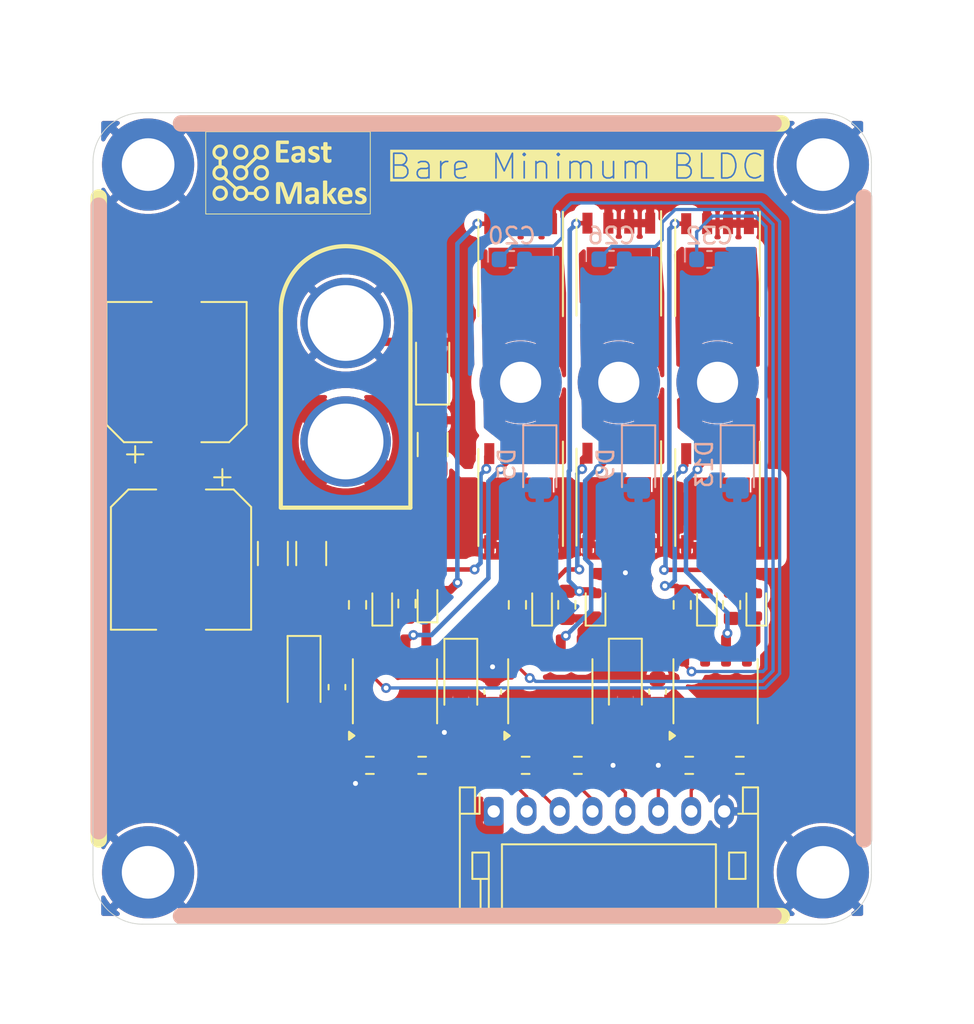
<source format=kicad_pcb>
(kicad_pcb (version 20240108) (generator "pcbnew") (generator_version "8.0")
  (layers (0 "F.Cu" signal) (31 "B.Cu" signal) (34 "B.Paste" user) (35 "F.Paste" user) (36 "B.SilkS" user "B.Silkscreen") (37 "F.SilkS" user "F.Silkscreen") (38 "B.Mask" user) (39 "F.Mask" user) (44 "Edge.Cuts" user))
  (net 0 "")
  (net 1 "/BLDC Power Control/Motor Phase U/U_OUT")
  (net 2 "GND")
  (net 3 "/PWM H U")
  (net 4 "/PWM L U")
  (net 5 "/PWM H V")
  (net 6 "+12V")
  (net 7 "/BLDC Power Control/Motor Phase V/V_OUT")
  (net 8 "/BLDC Power Control/Motor Phase X/X_OUT")
  (net 9 "Net-(D2-K)")
  (net 10 "Net-(D3-K)")
  (net 11 "Net-(D4-K)")
  (net 12 "Net-(D6-K)")
  (net 13 "Net-(D7-K)")
  (net 14 "Net-(D8-K)")
  (net 15 "Net-(D10-K)")
  (net 16 "Net-(D11-K)")
  (net 17 "Net-(D12-K)")
  (net 18 "/PWM L V")
  (net 19 "Net-(AH1-G)")
  (net 20 "Net-(AH2-G)")
  (net 21 "Net-(AH3-G)")
  (net 22 "Net-(AL1-G)")
  (net 23 "Net-(AL2-G)")
  (net 24 "Net-(AL3-G)")
  (net 25 "/PWM H X")
  (net 26 "/PWM L X")
  (net 27 "VMOT_PWR")
  (footprint "[EastMakes] Connectors:CONN-TH_XT60UPB-M" (layer "F.Cu") (at 54.4 68.825 -90)
    (property "Reference" "J4" (hide yes))
    (property "Value" "XT60 Power Connector" (hide yes))
  )
  (footprint "[EastMakes] Mosfets:PowerPAK_SO-8_123" (layer "F.Cu") (at 71 61.829998 -90)
    (property "Reference" "AL2" (hide yes))
    (property "Value" "MOSFETSO-8")
  )
  (footprint "Capacitor_SMD:C_0603_1608Metric" (layer "F.Cu") (at 53.875 87.35 -90)
    (property "Reference" "C28" (hide yes))
    (property "Value" "4.7uF 35V")
  )
  (footprint "Diode_SMD:D_SMF" (layer "F.Cu") (at 59.69 67.82 90)
    (property "Reference" "D14" (hide yes))
    (property "Value" "SMDJ51CA")
  )
  (footprint "Resistor_SMD:R_0603_1608Metric" (layer "F.Cu") (at 58.124999 82.275001 90)
    (property "Reference" "R17" (hide yes))
    (property "Value" "10.2R")
  )
  (footprint "Package_SO:SOIC-8_3.9x4.9mm_P1.27mm" (layer "F.Cu") (at 76.879691 87.6 90)
    (property "Reference" "U9" (hide yes))
    (property "Value" "EG3113")
  )
  (footprint "Capacitor_SMD:C_1206_3216Metric" (layer "F.Cu") (at 49.98 79.23 -90)
    (property "Reference" "C34" (hide yes))
    (property "Value" "2.2uF 100V")
  )
  (footprint "MountingHole:MountingHole_2.5mm_Pad_TopBottom" (layer "F.Cu") (at 71 68.829998)
    (property "Reference" "H6" (hide yes))
    (property "Value" "MountingHole_Pad")
  )
  (footprint "Resistor_SMD:R_0603_1608Metric" (layer "F.Cu") (at 65.338056 92.1)
    (property "Reference" "R23" (hide yes))
    (property "Value" "10k")
  )
  (footprint "[EastMakes] Mosfets:PowerPAK_SO-8_123" (layer "F.Cu") (at 77 61.859994 -90)
    (property "Reference" "AL3" (hide yes))
    (property "Value" "MOSFETSO-8")
  )
  (footprint "MountingHole:MountingHole_2.5mm_Pad_TopBottom" (layer "F.Cu") (at 77 68.829998)
    (property "Reference" "H7" (hide yes))
    (property "Value" "MountingHole_Pad")
  )
  (footprint "[EastMakes] Mosfets:PowerPAK_SO-8_123" (layer "F.Cu") (at 65.034997 75.829998 -90)
    (property "Reference" "AH1" (hide yes))
    (property "Value" "MOSFETSO-8")
  )
  (footprint "Diode_SMD:D_SOD-523" (layer "F.Cu") (at 59.375 82.150002 90)
    (property "Reference" "D4" (hide yes))
    (property "Value" "CDBU0130R-HF")
  )
  (footprint "Diode_SMD:D_SOD-523" (layer "F.Cu") (at 56.625 82.35 90)
    (property "Reference" "D3" (hide yes))
    (property "Value" "CDBU0130R-HF")
  )
  (footprint "Resistor_SMD:R_0603_1608Metric" (layer "F.Cu") (at 59.050001 92.100002 180)
    (property "Reference" "R11" (hide yes))
    (property "Value" "10k")
  )
  (footprint "MountingHole:MountingHole_3.2mm_M3_DIN965_Pad_TopBottom" (layer "F.Cu") (at 42.4 55.6)
    (property "Reference" "H2" (hide yes))
    (property "Value" "MountingHole_Pad")
  )
  (footprint "Diode_SMD:D_SOD-523" (layer "F.Cu") (at 76.35469 82.35 90)
    (property "Reference" "D11" (hide yes))
    (property "Value" "CDBU0130R-HF")
  )
  (footprint "Capacitor_SMD:CP_Elec_8x10" (layer "F.Cu") (at 44.124997 68.207502 90)
    (property "Reference" "C36" (hide yes))
    (property "Value" "220uF 63V solid")
  )
  (footprint "Capacitor_SMD:C_0603_1608Metric" (layer "F.Cu") (at 63.338058 87.624998 -90)
    (property "Reference" "C22" (hide yes))
    (property "Value" "4.7uF 35V")
  )
  (footprint "Diode_SMD:D_SOD-523" (layer "F.Cu") (at 79.354691 82.35 90)
    (property "Reference" "D12" (hide yes))
    (property "Value" "CDBU0130R-HF")
  )
  (footprint "[EastMakes] Mosfets:PowerPAK_SO-8_123" (layer "F.Cu") (at 71 75.804998 -90)
    (property "Reference" "AH2" (hide yes))
    (property "Value" "MOSFETSO-8")
  )
  (footprint "Package_SO:SOIC-8_3.9x4.9mm_P1.27mm" (layer "F.Cu") (at 57.4 87.6 90)
    (property "Reference" "U5" (hide yes))
    (property "Value" "EG3113")
  )
  (footprint "Connector_JST:JST_PH_S8B-PH-K_1x08_P2.00mm_Horizontal" (layer "F.Cu") (at 63.4 94.9)
    (property "Reference" "J1" (hide yes))
    (property "Value" "Conn_01x08")
  )
  (footprint "Capacitor_SMD:C_1206_3216Metric" (layer "F.Cu") (at 59.69 72.61 90)
    (property "Reference" "C38" (hide yes))
    (property "Value" "2.2uF 100V")
  )
  (footprint "Resistor_SMD:R_0603_1608Metric" (layer "F.Cu") (at 55.875 92.1)
    (property "Reference" "R10" (hide yes))
    (property "Value" "10k")
  )
  (footprint "MountingHole:MountingHole_2.5mm_Pad_TopBottom" (layer "F.Cu") (at 65.034997 68.829998)
    (property "Reference" "H5" (hide yes))
    (property "Value" "MountingHole_Pad")
  )
  (footprint "[EastMakes] Mosfets:PowerPAK_SO-8_123" (layer "F.Cu") (at 65.034997 61.864998 -90)
    (property "Reference" "AL1" (hide yes))
    (property "Value" "MOSFETSO-8")
  )
  (footprint "Resistor_SMD:R_0603_1608Metric" (layer "F.Cu") (at 78.354691 92.1 180)
    (property "Reference" "R37" (hide yes))
    (property "Value" "10k")
  )
  (footprint "[EastMakes]BrandingLibrary:EastMakesLogo0.5x1CM" (layer "F.Cu") (at 45.9 58.6)
    (property "Reference" "REF**" (hide yes))
    (property "Value" "EastMakesLogo0.5x1CM")
  )
  (footprint "Diode_SMD:D_SOD-523" (layer "F.Cu") (at 66.338056 82.35 90)
    (property "Reference" "D7" (hide yes))
    (property "Value" "CDBU0130R-HF")
  )
  (footprint "Diode_SMD:D_SOD-123" (layer "F.Cu") (at 61.4 86.770928 -90)
    (property "Reference" "D6" (hide yes))
    (property "Value" "FR107")
  )
  (footprint "Capacitor_SMD:C_0603_1608Metric" (layer "F.Cu") (at 73.354693 87.624998 -90)
    (property "Reference" "C16" (hide yes))
    (property "Value" "4.7uF 35V")
  )
  (footprint "MountingHole:MountingHole_3.2mm_M3_DIN965_Pad_TopBottom" (layer "F.Cu") (at 42.4 98.6)
    (property "Reference" "H3" (hide yes))
    (property "Value" "MountingHole_Pad")
  )
  (footprint "Resistor_SMD:R_0603_1608Metric" (layer "F.Cu") (at 67.840963 82.348922 90)
    (property "Reference" "R30" (hide yes))
    (property "Value" "10.2R")
  )
  (footprint "Resistor_SMD:R_0603_1608Metric" (layer "F.Cu") (at 64.838056 82.35 90)
    (property "Reference" "R29" (hide yes))
    (property "Value" "10.2R")
  )
  (footprint "Resistor_SMD:R_0603_1608Metric" (layer "F.Cu") (at 68.513056 92.1 180)
    (property "Reference" "R24" (hide yes))
    (property "Value" "10k")
  )
  (footprint "Capacitor_SMD:C_1206_3216Metric" (layer "F.Cu") (at 52.31 79.23 -90)
    (property "Reference" "C35" (hide yes))
    (property "Value" "2.2uF 100V")
  )
  (footprint "Resistor_SMD:R_0603_1608Metric" (layer "F.Cu") (at 74.854691 82.35 90)
    (property "Reference" "R42" (hide yes))
    (property "Value" "10.2R")
  )
  (footprint "MountingHole:MountingHole_3.2mm_M3_DIN965_Pad_TopBottom" (layer "F.Cu") (at 83.4 98.6)
    (property "Reference" "H4" (hide yes))
    (property "Value" "MountingHole_Pad")
  )
  (footprint "[EastMakes] Mosfets:PowerPAK_SO-8_123" (layer "F.Cu") (at 77 75.829998 -90)
    (property "Reference" "AH3" (hide yes))
    (property "Value" "MOSFETSO-8")
  )
  (footprint "Package_SO:SOIC-8_3.9x4.9mm_P1.27mm" (layer "F.Cu") (at 66.838056 87.6 90)
    (property "Reference" "U7" (hide yes))
    (property "Value" "EG3113")
  )
  (footprint "Diode_SMD:D_SOD-123" (layer "F.Cu") (at 71.4 86.765476 -90)
    (property "Reference" "D10" (hide yes))
    (property "Value" "FR107")
  )
  (footprint "Resistor_SMD:R_0603_1608Metric" (layer "F.Cu") (at 77.854691 82.35 90)
    (property "Reference" "R43" (hide yes))
    (property "Value" "10.2R")
  )
  (footprint "MountingHole:MountingHole_3.2mm_M3_DIN965_Pad_TopBottom" (layer "F.Cu") (at 83.4 55.6)
    (property "Reference" "H1" (hide yes))
    (property "Value" "MountingHole_Pad")
  )
  (footprint "Capacitor_SMD:CP_Elec_8x10" (layer "F.Cu") (at 44.4 79.6 -90)
    (property "Reference" "C37" (hide yes))
    (property "Value" "220uF 63V solid")
  )
  (footprint "Resistor_SMD:R_0603_1608Metric" (layer "F.Cu") (at 55.125 82.35 90)
    (property "Reference" "R16" (hide yes))
    (property "Value" "10.2R")
  )
  (footprint "Diode_SMD:D_SOD-523" (layer "F.Cu") (at 69.588056 82.35 90)
    (property "Reference" "D8" (hide yes))
    (property "Value" "CDBU0130R-HF")
  )
  (footprint "Resistor_SMD:R_0603_1608Metric" (layer "F.Cu") (at 75.279691 92.1)
    (property "Reference" "R36" (hide yes))
    (property "Value" "10k")
  )
  (footprint "Diode_SMD:D_SOD-123" (layer "F.Cu") (at 51.875 86.6 -90)
    (property "Reference" "D2" (hide yes))
    (property "Value" "FR107")
  )
  (footprint "Capacitor_SMD:C_0603_1608Metric" (layer "B.Cu") (at 70.56 61.35 180)
    (property "Reference" "C26")
    (property "Value" "10uF 35v")
  )
  (footprint "Capacitor_SMD:C_0603_1608Metric" (layer "B.Cu") (at 76.504998 61.359998 180)
    (property "Reference" "C32")
    (property "Value" "10uF 35v")
  )
  (footprint "Diode_SMD:D_SMF" (layer "B.Cu") (at 78.2 73.8 -90)
    (property "Reference" "D13")
    (property "Value" "SMAJ51A")
  )
  (footprint "Diode_SMD:D_SMF" (layer "B.Cu") (at 72.2 73.8 -90)
    (property "Reference" "D9")
    (property "Value" "SMAJ51A")
  )
  (footprint "Capacitor_SMD:C_0603_1608Metric" (layer "B.Cu") (at 64.5 61.36 180)
    (property "Reference" "C20")
    (property "Value" "10uF 35v")
  )
  (footprint "Diode_SMD:D_SMF" (layer "B.Cu") (at 66.2 73.8 -90)
    (property "Reference" "D5")
    (property "Value" "SMAJ51A")
  )
  (gr_line (start 85.9 57.6) (end 85.9 96.6) (stroke (width 1)) (layer "B.SilkS"))
  (gr_line (start 80.4 101.26) (end 44.4 101.26) (stroke (width 1)) (layer "B.SilkS"))
  (gr_line (start 44.4 53.1) (end 80.4 53.1) (stroke (width 1)) (layer "B.SilkS"))
  (gr_line (start 39.4 96.1) (end 39.4 58.1) (stroke (width 1)) (layer "B.SilkS"))
  (gr_line (start 85.9 58.1) (end 85.9 96.1) (stroke (width 1)) (layer "F.SilkS"))
  (gr_line (start 80.9 101.26) (end 44.9 101.26) (stroke (width 1)) (layer "F.SilkS"))
  (gr_line (start 44.9 53.1) (end 80.9 53.1) (stroke (width 1)) (layer "F.SilkS"))
  (gr_line (start 39.4 96.6) (end 39.4 57.6) (stroke (width 1)) (layer "F.SilkS"))
  (gr_arc (start 39.05 55.45) (mid 39.92868 53.32868) (end 42.05 52.45) (stroke (width 0.05)) (layer "Edge.Cuts"))
  (gr_arc (start 83.35 52.45) (mid 85.47132 53.32868) (end 86.35 55.45) (stroke (width 0.05)) (layer "Edge.Cuts"))
  (gr_arc (start 86.35 98.75) (mid 85.47132 100.87132) (end 83.35 101.75) (stroke (width 0.05)) (layer "Edge.Cuts"))
  (gr_arc (start 42.05 101.75) (mid 39.92868 100.87132) (end 39.05 98.75) (stroke (width 0.05)) (layer "Edge.Cuts"))
  (gr_line (start 83.35 101.75) (end 42.05 101.75) (stroke (width 0.05)) (layer "Edge.Cuts"))
  (gr_line (start 42.05 52.45) (end 83.35 52.45) (stroke (width 0.05)) (layer "Edge.Cuts"))
  (gr_line (start 86.35 55.45) (end 86.35 98.75) (stroke (width 0.05)) (layer "Edge.Cuts"))
  (gr_line (start 39.05 98.75) (end 39.05 55.45) (stroke (width 0.05)) (layer "Edge.Cuts"))
  (gr_text "Bare Minimum BLDC" (at 56.9 56.6 0) (layer "F.SilkS" knockout) (effects (font (size 1.5 1.5) (thickness 0.1)) (justify left bottom)))
  (segment (start 58.035001 84.662944) (end 58.515687 84.182258) (width 0.275) (layer "F.Cu") (net 1))
  (segment (start 63.81811 74.114996) (end 64.399995 73.533111) (width 0.275) (layer "F.Cu") (net 1))
  (segment (start 64.399995 73.533111) (end 64.399995 73.159997) (width 0.275) (layer "F.Cu") (net 1))
  (segment (start 58.035001 85.124999) (end 58.035001 84.662944) (width 0.275) (layer "F.Cu") (net 1))
  (via (at 63.81811 74.114996) (size 0.6) (drill 0.3) (layers "F.Cu" "B.Cu") (net 1))
  (via (at 58.515687 84.182258) (size 0.6) (drill 0.3) (layers "F.Cu" "B.Cu") (net 1))
  (segment (start 63.075 74.858106) (end 63.075 80.725) (width 0.275) (layer "B.Cu") (net 1))
  (segment (start 63.81811 74.114996) (end 63.075 74.858106) (width 0.275) (layer "B.Cu") (net 1))
  (segment (start 59.617742 84.182258) (end 58.515687 84.182258) (width 0.275) (layer "B.Cu") (net 1))
  (segment (start 63.075 80.725) (end 59.617742 84.182258) (width 0.275) (layer "B.Cu") (net 1))
  (segment (start 59.69 66.369998) (end 55.544999 66.369998) (width 0.5) (layer "F.Cu") (net 2))
  (segment (start 63.338056 86.12376) (end 63.328577 86.114281) (width 0.2) (layer "F.Cu") (net 2))
  (segment (start 55.544999 66.369998) (end 54.4 65.224999) (width 0.5) (layer "F.Cu") (net 2))
  (segment (start 63.338056 86.85) (end 63.338056 86.12376) (width 0.2) (layer "F.Cu") (net 2))
  (via (at 60.4 90.1) (size 0.6) (drill 0.3) (layers "F.Cu" "B.Cu") (net 2))
  (via (at 70.65 92.1) (size 0.6) (drill 0.3) (layers "F.Cu" "B.Cu") (net 2))
  (via (at 73.4 92.1) (size 0.6) (drill 0.3) (layers "F.Cu" "B.Cu") (net 2))
  (via (at 55 93.2) (size 0.6) (drill 0.3) (layers "F.Cu" "B.Cu") (net 2))
  (via (at 63.328577 86.114281) (size 0.6) (drill 0.3) (layers "F.Cu" "B.Cu") (net 2))
  (via (at 71.4 80.4) (size 0.6) (drill 0.3) (layers "F.Cu" "B.Cu") (net 2))
  (segment (start 56.764999 90.075001) (end 56.764999 92.035001) (width 0.5) (layer "F.Cu") (net 3))
  (segment (start 58 93.4) (end 64.8 93.4) (width 0.2) (layer "F.Cu") (net 3))
  (segment (start 64.8 93.4) (end 65.4 94) (width 0.2) (layer "F.Cu") (net 3))
  (segment (start 65.4 94) (end 65.4 94.9) (width 0.2) (layer "F.Cu") (net 3))
  (segment (start 56.764999 92.035001) (end 56.7 92.1) (width 0.5) (layer "F.Cu") (net 3))
  (segment (start 56.7 92.1) (end 58 93.4) (width 0.2) (layer "F.Cu") (net 3))
  (segment (start 58.225002 92.100004) (end 59.124998 93) (width 0.2) (layer "F.Cu") (net 4))
  (segment (start 58.035006 91.910008) (end 58.225002 92.100004) (width 0.5) (layer "F.Cu") (net 4))
  (segment (start 65.5 93) (end 67.4 94.9) (width 0.2) (layer "F.Cu") (net 4))
  (segment (start 58.035006 90.075004) (end 58.035006 91.910008) (width 0.5) (layer "F.Cu") (net 4))
  (segment (start 59.124998 93) (end 65.5 93) (width 0.2) (layer "F.Cu") (net 4))
  (segment (start 66.203055 92.060001) (end 66.163056 92.1) (width 0.5) (layer "F.Cu") (net 5))
  (segment (start 66.800407 92.4) (end 67.675405 93.274998) (width 0.2) (layer "F.Cu") (net 5))
  (segment (start 67.675405 93.274998) (end 68.474998 93.274998) (width 0.2) (layer "F.Cu") (net 5))
  (segment (start 68.474998 93.274998) (end 69.4 94.2) (width 0.2) (layer "F.Cu") (net 5))
  (segment (start 69.4 94.2) (end 69.4 94.9) (width 0.2) (layer "F.Cu") (net 5))
  (segment (start 66.8 92.4) (end 66.800407 92.4) (width 0.2) (layer "F.Cu") (net 5))
  (segment (start 66.5 92.1) (end 66.8 92.4) (width 0.2) (layer "F.Cu") (net 5))
  (segment (start 66.163056 92.1) (end 66.5 92.1) (width 0.2) (layer "F.Cu") (net 5))
  (segment (start 66.203055 90.075001) (end 66.203055 92.060001) (width 0.5) (layer "F.Cu") (net 5))
  (segment (start 69.78296 74.089996) (end 70.364998 73.507958) (width 0.275) (layer "F.Cu") (net 7))
  (segment (start 70.364998 73.507958) (end 70.364998 73.134997) (width 0.275) (layer "F.Cu") (net 7))
  (via (at 67.78 84.23) (size 0.6) (drill 0.3) (layers "F.Cu" "B.Cu") (net 7))
  (via (at 69.78296 74.089996) (size 0.6) (drill 0.3) (layers "F.Cu" "B.Cu") (net 7))
  (segment (start 69.32 82.69) (end 69.32 79.9) (width 0.275) (layer "B.Cu") (net 7))
  (segment (start 69.681566 74.089996) (end 69.78296 74.089996) (width 0.275) (layer "B.Cu") (net 7))
  (segment (start 69.32 79.9) (end 68.955 79.535) (width 0.275) (layer "B.Cu") (net 7))
  (segment (start 67.78 84.23) (end 69.32 82.69) (width 0.275) (layer "B.Cu") (net 7))
  (segment (start 68.955 74.816562) (end 69.681566 74.089996) (width 0.275) (layer "B.Cu") (net 7))
  (segment (start 68.955 79.535) (end 68.955 74.816562) (width 0.275) (layer "B.Cu") (net 7))
  (segment (start 76.364998 73.534325) (end 76.364998 73.159997) (width 0.275) (layer "F.Cu") (net 8))
  (segment (start 75.783487 74.115836) (end 76.364998 73.534325) (width 0.275) (layer "F.Cu") (net 8))
  (via (at 75.783487 74.115836) (size 0.6) (drill 0.3) (layers "F.Cu" "B.Cu") (net 8))
  (via (at 77.601925 84.074999) (size 0.6) (drill 0.3) (layers "F.Cu" "B.Cu") (net 8))
  (segment (start 75.08 80.31) (end 77.601925 82.831925) (width 0.275) (layer "B.Cu") (net 8))
  (segment (start 75.783487 74.115836) (end 75.08 74.819323) (width 0.275) (layer "B.Cu") (net 8))
  (segment (start 75.08 74.819323) (end 75.08 80.31) (width 0.275) (layer "B.Cu") (net 8))
  (segment (start 77.601925 82.831925) (end 77.601925 84.074999) (width 0.275) (layer "B.Cu") (net 8))
  (segment (start 55.494999 86.144999) (end 56.75 87.4) (width 0.2) (layer "F.Cu") (net 9))
  (segment (start 55.494999 85.125003) (end 55.494999 86.144999) (width 0.2) (layer "F.Cu") (net 9))
  (segment (start 55.494999 85.125003) (end 52.050003 85.125003) (width 0.5) (layer "F.Cu") (net 9))
  (segment (start 52.050003 85.125003) (end 51.875002 84.950002) (width 0.5) (layer "F.Cu") (net 9))
  (segment (start 56.75 87.4) (end 56.86 87.4) (width 0.2) (layer "F.Cu") (net 9))
  (via (at 56.86 87.4) (size 0.6) (drill 0.3) (layers "F.Cu" "B.Cu") (net 9))
  (segment (start 79.63 57.93) (end 68.11 57.93) (width 0.2) (layer "B.Cu") (net 9))
  (segment (start 80.772157 59.072157) (end 79.63 57.93) (width 0.2) (layer "B.Cu") (net 9))
  (segment (start 67.57 60.03) (end 67.05 60.55) (width 0.2) (layer "B.Cu") (net 9))
  (segment (start 80.772157 86.517842) (end 80.772157 59.072157) (width 0.2) (layer "B.Cu") (net 9))
  (segment (start 64.535004 60.55) (end 63.725002 61.360002) (width 0.2) (layer "B.Cu") (net 9))
  (segment (start 68.11 57.93) (end 67.57 58.47) (width 0.2) (layer "B.Cu") (net 9))
  (segment (start 56.86 87.4) (end 79.89 87.4) (width 0.2) (layer "B.Cu") (net 9))
  (segment (start 67.05 60.55) (end 64.535004 60.55) (width 0.2) (layer "B.Cu") (net 9))
  (segment (start 79.89 87.4) (end 80.772157 86.517842) (width 0.2) (layer "B.Cu") (net 9))
  (segment (start 67.57 58.47) (end 67.57 60.03) (width 0.2) (layer "B.Cu") (net 9))
  (segment (start 56.764994 85.124996) (end 56.764994 83.189992) (width 0.5) (layer "F.Cu") (net 10))
  (segment (start 55.125001 83.174999) (end 56.499999 83.174999) (width 0.5) (layer "F.Cu") (net 10))
  (segment (start 56.764994 83.189992) (end 56.625 83.049998) (width 0.5) (layer "F.Cu") (net 10))
  (segment (start 56.499999 83.174999) (end 56.625 83.049998) (width 0.5) (layer "F.Cu") (net 10))
  (segment (start 59.125 83.1) (end 59.375 82.85) (width 0.5) (layer "F.Cu") (net 11))
  (segment (start 59.305002 85.125002) (end 59.305002 82.919998) (width 0.5) (layer "F.Cu") (net 11))
  (segment (start 59.305002 82.919998) (end 59.375 82.85) (width 0.5) (layer "F.Cu") (net 11))
  (segment (start 58.125 83.1) (end 59.125 83.1) (width 0.5) (layer "F.Cu") (net 11))
  (segment (start 64.933056 86.173056) (end 65.46 86.7) (width 0.2) (layer "F.Cu") (net 12))
  (segment (start 61.400002 85.12093) (end 64.928986 85.12093) (width 0.5) (layer "F.Cu") (net 12))
  (segment (start 64.928986 85.12093) (end 64.933056 85.125) (width 0.5) (layer "F.Cu") (net 12))
  (segment (start 65.46 86.7) (end 65.56 86.8) (width 0.2) (layer "F.Cu") (net 12))
  (segment (start 64.933056 85.125) (end 64.933056 86.173056) (width 0.2) (layer "F.Cu") (net 12))
  (segment (start 65.56 86.8) (end 65.59 86.8) (width 0.2) (layer "F.Cu") (net 12))
  (via (at 65.59 86.8) (size 0.6) (drill 0.3) (layers "F.Cu" "B.Cu") (net 12))
  (segment (start 80.372157 86.352157) (end 80.372157 59.237843) (width 0.2) (layer "B.Cu") (net 12))
  (segment (start 65.95 87) (end 79.724314 87) (width 0.2) (layer "B.Cu") (net 12))
  (segment (start 80.372157 59.237843) (end 79.464314 58.33) (width 0.2) (layer "B.Cu") (net 12))
  (segment (start 65.75 86.8) (end 65.95 87) (width 0.2) (layer "B.Cu") (net 12))
  (segment (start 74.421471 58.33) (end 73.6325 59.118971) (width 0.2) (layer "B.Cu") (net 12))
  (segment (start 73.224997 60.575003) (end 70.559998 60.575003) (width 0.2) (layer "B.Cu") (net 12))
  (segment (start 73.6325 59.118971) (end 73.6325 60.1675) (width 0.2) (layer "B.Cu") (net 12))
  (segment (start 70.559998 60.575003) (end 69.785004 61.349997) (width 0.2) (layer "B.Cu") (net 12))
  (segment (start 79.464314 58.33) (end 74.421471 58.33) (width 0.2) (layer "B.Cu") (net 12))
  (segment (start 65.59 86.8) (end 65.75 86.8) (width 0.2) (layer "B.Cu") (net 12))
  (segment (start 73.6325 60.1675) (end 73.224997 60.575003) (width 0.2) (layer "B.Cu") (net 12))
  (segment (start 79.724314 87) (end 80.372157 86.352157) (width 0.2) (layer "B.Cu") (net 12))
  (segment (start 66.203056 85.125) (end 66.203056 83.184998) (width 0.5) (layer "F.Cu") (net 13))
  (segment (start 66.203056 83.184998) (end 66.338056 83.049998) (width 0.5) (layer "F.Cu") (net 13))
  (segment (start 66.213055 83.174999) (end 66.338056 83.049998) (width 0.5) (layer "F.Cu") (net 13))
  (segment (start 64.838057 83.174999) (end 66.213055 83.174999) (width 0.5) (layer "F.Cu") (net 13))
  (segment (start 69.464133 83.173921) (end 69.588056 83.049998) (width 0.5) (layer "F.Cu") (net 14))
  (segment (start 68.743056 85.125) (end 68.743056 83.894998) (width 0.5) (layer "F.Cu") (net 14))
  (segment (start 68.743056 83.894998) (end 69.464133 83.173921) (width 0.5) (layer "F.Cu") (net 14))
  (segment (start 67.840964 83.173921) (end 69.464133 83.173921) (width 0.5) (layer "F.Cu") (net 14))
  (segment (start 74.974692 85.954692) (end 75.42 86.4) (width 0.2) (layer "F.Cu") (net 15))
  (segment (start 71.409524 85.125) (end 74.974692 85.125) (width 0.5) (layer "F.Cu") (net 15))
  (segment (start 71.400002 85.115478) (end 71.409524 85.125) (width 0.5) (layer "F.Cu") (net 15))
  (segment (start 74.974692 85.125) (end 74.974692 85.954692) (width 0.2) (layer "F.Cu") (net 15))
  (via (at 75.42 86.4) (size 0.6) (drill 0.3) (layers "F.Cu" "B.Cu") (net 15))
  (segment (start 79.944314 59.375686) (end 79.944314 86.214314) (width 0.2) (layer "B.Cu") (net 15))
  (segment (start 79.298628 58.73) (end 79.944314 59.375686) (width 0.2) (layer "B.Cu") (net 15))
  (segment (start 79.758628 86.4) (end 75.42 86.4) (width 0.2) (layer "B.Cu") (net 15))
  (segment (start 76.69 58.73) (end 79.298628 58.73) (width 0.2) (layer "B.Cu") (net 15))
  (segment (start 79.944314 86.214314) (end 79.758628 86.4) (width 0.2) (layer "B.Cu") (net 15))
  (segment (start 75.73 59.69) (end 76.69 58.73) (width 0.2) (layer "B.Cu") (net 15))
  (segment (start 75.73 61.36) (end 75.73 59.69) (width 0.2) (layer "B.Cu") (net 15))
  (segment (start 74.854692 83.174999) (end 76.229689 83.174999) (width 0.5) (layer "F.Cu") (net 16))
  (segment (start 76.229689 83.174999) (end 76.35469 83.049998) (width 0.5) (layer "F.Cu") (net 16))
  (segment (start 76.35469 83.049998) (end 76.35469 85.015001) (width 0.5) (layer "F.Cu") (net 16))
  (segment (start 76.35469 85.015001) (end 76.244691 85.125) (width 0.5) (layer "F.Cu") (net 16))
  (segment (start 79.354691 83.049998) (end 79.354691 84.555) (width 0.5) (layer "F.Cu") (net 17))
  (segment (start 79.354691 84.555) (end 78.784691 85.125) (width 0.5) (layer "F.Cu") (net 17))
  (segment (start 77.854692 83.174999) (end 79.22969 83.174999) (width 0.5) (layer "F.Cu") (net 17))
  (segment (start 79.22969 83.174999) (end 79.354691 83.049998) (width 0.5) (layer "F.Cu") (net 17))
  (segment (start 67.473056 91.885001) (end 67.688057 92.100002) (width 0.5) (layer "F.Cu") (net 18))
  (segment (start 67.688057 92.100002) (end 68.463053 92.874998) (width 0.2) (layer "F.Cu") (net 18))
  (segment (start 71.4 93.75) (end 71.4 94.9) (width 0.2) (layer "F.Cu") (net 18))
  (segment (start 70.524998 92.874998) (end 71.4 93.75) (width 0.2) (layer "F.Cu") (net 18))
  (segment (start 67.473056 90.075) (end 67.473056 91.885001) (width 0.5) (layer "F.Cu") (net 18))
  (segment (start 68.463053 92.874998) (end 70.524998 92.874998) (width 0.2) (layer "F.Cu") (net 18))
  (segment (start 55.124999 81.525001) (end 56.499999 81.525001) (width 0.5) (layer "F.Cu") (net 19))
  (segment (start 62.948331 74.083212) (end 62.948331 73.341661) (width 0.275) (layer "F.Cu") (net 19))
  (segment (start 56.499999 81.525001) (end 56.625 81.650002) (width 0.5) (layer "F.Cu") (net 19))
  (segment (start 62.2375 80.2) (end 58.075002 80.2) (width 0.275) (layer "F.Cu") (net 19))
  (segment (start 62.948331 73.341661) (end 63.129997 73.159995) (width 0.275) (layer "F.Cu") (net 19))
  (segment (start 58.075002 80.2) (end 56.625 81.650002) (width 0.275) (layer "F.Cu") (net 19))
  (via (at 62.948331 74.083212) (size 0.6) (drill 0.3) (layers "F.Cu" "B.Cu") (net 19))
  (via (at 62.2375 80.2) (size 0.6) (drill 0.3) (layers "F.Cu" "B.Cu") (net 19))
  (segment (start 62.2 80.2) (end 62.2375 80.2) (width 0.275) (layer "B.Cu") (net 19))
  (segment (start 62.948331 74.083212) (end 62.6 74.431543) (width 0.275) (layer "B.Cu") (net 19))
  (segment (start 62.6 79.8) (end 62.2 80.2) (width 0.275) (layer "B.Cu") (net 19))
  (segment (start 62.6 74.431543) (end 62.6 79.8) (width 0.275) (layer "B.Cu") (net 19))
  (segment (start 66.338056 81.650002) (end 67.788058 80.2) (width 0.275) (layer "F.Cu") (net 20))
  (segment (start 68.77 73.459995) (end 69.095 73.134995) (width 0.275) (layer "F.Cu") (net 20))
  (segment (start 68.77 74.1) (end 68.77 73.459995) (width 0.275) (layer "F.Cu") (net 20))
  (segment (start 67.788058 80.2) (end 68.6 80.2) (width 0.275) (layer "F.Cu") (net 20))
  (segment (start 66.213055 81.525001) (end 66.338056 81.650002) (width 0.275) (layer "F.Cu") (net 20))
  (segment (start 64.838055 81.525001) (end 66.213055 81.525001) (width 0.275) (layer "F.Cu") (net 20))
  (via (at 68.6 80.2) (size 0.6) (drill 0.3) (layers "F.Cu" "B.Cu") (net 20))
  (via (at 68.77 74.1) (size 0.6) (drill 0.3) (layers "F.Cu" "B.Cu") (net 20))
  (segment (start 68.77 74.1) (end 68.48 74.39) (width 0.275) (layer "B.Cu") (net 20))
  (segment (start 68.48 80.08) (end 68.6 80.2) (width 0.275) (layer "B.Cu") (net 20))
  (segment (start 68.48 74.39) (end 68.48 80.08) (width 0.275) (layer "B.Cu") (net 20))
  (segment (start 74.9 74.09) (end 75.095 73.895) (width 0.275) (layer "F.Cu") (net 21))
  (segment (start 74.529689 81.2) (end 74.85469 81.525001) (width 0.275) (layer "F.Cu") (net 21))
  (segment (start 74.85469 81.525001) (end 76.229689 81.525001) (width 0.275) (layer "F.Cu") (net 21))
  (segment (start 75.095 73.895) (end 75.095 73.159995) (width 0.275) (layer "F.Cu") (net 21))
  (segment (start 76.229689 81.525001) (end 76.35469 81.650002) (width 0.275) (layer "F.Cu") (net 21))
  (segment (start 73.8 81.2) (end 74.529689 81.2) (width 0.275) (layer "F.Cu") (net 21))
  (via (at 73.8 81.2) (size 0.6) (drill 0.3) (layers "F.Cu" "B.Cu") (net 21))
  (via (at 74.9 74.09) (size 0.6) (drill 0.3) (layers "F.Cu" "B.Cu") (net 21))
  (segment (start 74.4 80.87) (end 74.07 81.2) (width 0.275) (layer "B.Cu") (net 21))
  (segment (start 74.07 81.2) (end 73.8 81.2) (width 0.275) (layer "B.Cu") (net 21))
  (segment (start 74.4 74.59) (end 74.4 80.87) (width 0.275) (layer "B.Cu") (net 21))
  (segment (start 74.9 74.09) (end 74.4 74.59) (width 0.275) (layer "B.Cu") (net 21))
  (segment (start 62.4 59.2) (end 62.405005 59.194995) (width 0.275) (layer "F.Cu") (net 22))
  (segment (start 58.124998 81.450002) (end 59.374998 81.450002) (width 0.5) (layer "F.Cu") (net 22))
  (segment (start 59.375 81.450004) (end 60.749996 81.450004) (width 0.5) (layer "F.Cu") (net 22))
  (segment (start 60.749996 81.450004) (end 61.2 81) (width 0.5) (layer "F.Cu") (net 22))
  (segment (start 63.129997 59.194995) (end 62.405005 59.194995) (width 0.275) (layer "F.Cu") (net 22))
  (segment (start 59.374998 81.450002) (end 59.375 81.450004) (width 0.5) (layer "F.Cu") (net 22))
  (via (at 61.2 81) (size 0.6) (drill 0.3) (layers "F.Cu" "B.Cu") (net 22))
  (via (at 62.405005 59.194995) (size 0.6) (drill 0.3) (layers "F.Cu" "B.Cu") (net 22))
  (segment (start 62.405005 59.194995) (end 61.19 60.41) (width 0.275) (layer "B.Cu") (net 22))
  (segment (start 61.19 60.41) (end 61.19 80.99) (width 0.275) (layer "B.Cu") (net 22))
  (segment (start 61.2 81.2) (end 61.2 81) (width 0.275) (layer "B.Cu") (net 22))
  (segment (start 61.19 80.99) (end 61.2 81) (width 0.275) (layer "B.Cu") (net 22))
  (segment (start 67.840962 81.523923) (end 68.6 81.523923) (width 0.5) (layer "F.Cu") (net 23))
  (segment (start 68.6 81.523923) (end 69.461977 81.523923) (width 0.5) (layer "F.Cu") (net 23))
  (segment (start 68.4 59.2) (end 68.440005 59.159995) (width 0.275) (layer "F.Cu") (net 23))
  (segment (start 69.461977 81.523923) (end 69.588056 81.650002) (width 0.5) (layer "F.Cu") (net 23))
  (segment (start 68.440005 59.159995) (end 69.095 59.159995) (width 0.275) (layer "F.Cu") (net 23))
  (via (at 68.6 81.523923) (size 0.6) (drill 0.3) (layers "F.Cu" "B.Cu") (net 23))
  (via (at 68.4 59.2) (size 0.6) (drill 0.3) (layers "F.Cu" "B.Cu") (net 23))
  (segment (start 68.02 59.58) (end 68.02 74.178248) (width 0.275) (layer "B.Cu") (net 23))
  (segment (start 67.9625 74.235748) (end 67.9625 80.886423) (width 0.275) (layer "B.Cu") (net 23))
  (segment (start 68.02 74.178248) (end 67.9625 74.235748) (width 0.275) (layer "B.Cu") (net 23))
  (segment (start 67.9625 80.886423) (end 68.6 81.523923) (width 0.275) (layer "B.Cu") (net 23))
  (segment (start 68.4 59.2) (end 68.02 59.58) (width 0.275) (layer "B.Cu") (net 23))
  (segment (start 73.74735 80.222839) (end 76.552528 80.222839) (width 0.275) (layer "F.Cu") (net 24))
  (segment (start 79.22969 81.525001) (end 79.354691 81.650002) (width 0.5) (layer "F.Cu") (net 24))
  (segment (start 76.552528 80.222839) (end 77.85469 81.525001) (width 0.275) (layer "F.Cu") (net 24))
  (segment (start 75.095 59.189991) (end 74.410009 59.189991) (width 0.275) (layer "F.Cu") (net 24))
  (segment (start 77.85469 81.525001) (end 79.22969 81.525001) (width 0.5) (layer "F.Cu") (net 24))
  (segment (start 74.410009 59.189991) (end 74.4 59.2) (width 0.275) (layer "F.Cu") (net 24))
  (via (at 74.4 59.2) (size 0.6) (drill 0.3) (layers "F.Cu" "B.Cu") (net 24))
  (via (at 73.74735 80.222839) (size 0.6) (drill 0.3) (layers "F.Cu" "B.Cu") (net 24))
  (segment (start 74.4 59.2) (end 74.07 59.53) (width 0.275) (layer "B.Cu") (net 24))
  (segment (start 73.8375 74.480748) (end 73.8375 80.3625) (width 0.275) (layer "B.Cu") (net 24))
  (segment (start 74.07 59.53) (end 74.07 74.248248) (width 0.275) (layer "B.Cu") (net 24))
  (segment (start 73.8375 80.3625) (end 73.8 80.4) (width 0.275) (layer "B.Cu") (net 24))
  (segment (start 74.07 74.248248) (end 73.8375 74.480748) (width 0.275) (layer "B.Cu") (net 24))
  (segment (start 73.8375 80.312989) (end 73.74735 80.222839) (width 0.275) (layer "B.Cu") (net 24))
  (segment (start 73.8375 80.3625) (end 73.8375 80.312989) (width 0.275) (layer "B.Cu") (net 24))
  (segment (start 76.244691 90.075) (end 76.244691 91.96) (width 0.5) (layer "F.Cu") (net 25))
  (segment (start 73.4 93.55) (end 73.4 94.9) (width 0.2) (layer "F.Cu") (net 25))
  (segment (start 75.329691 92.875) (end 74.075 92.875) (width 0.2) (layer "F.Cu") (net 25))
  (segment (start 76.244691 91.96) (end 76.104691 92.1) (width 0.5) (layer "F.Cu") (net 25))
  (segment (start 76.104691 92.1) (end 75.329691 92.875) (width 0.2) (layer "F.Cu") (net 25))
  (segment (start 74.075 92.875) (end 73.4 93.55) (width 0.2) (layer "F.Cu") (net 25))
  (segment (start 77.529692 92.100002) (end 76.754694 92.875) (width 0.2) (layer "F.Cu") (net 26))
  (segment (start 76.125 92.875) (end 75.4 93.6) (width 0.2) (layer "F.Cu") (net 26))
  (segment (start 76.754694 92.875) (end 76.125 92.875) (width 0.2) (layer "F.Cu") (net 26))
  (segment (start 77.514691 90.075) (end 77.514691 92.085001) (width 0.5) (layer "F.Cu") (net 26))
  (segment (start 77.514691 92.085001) (end 77.529692 92.100002) (width 0.5) (layer "F.Cu") (net 26))
  (segment (start 75.4 93.6) (end 75.4 94.9) (width 0.2) (layer "F.Cu") (net 26))
  (segment (start 57.554999 69.270002) (end 54.4 72.425001) (width 0.5) (layer "F.Cu") (net 27))
  (segment (start 59.69 69.270002) (end 57.554999 69.270002) (width 0.5) (layer "F.Cu") (net 27))
  (zone (net 27) (net_name "VMOT_PWR") (layer "F.Cu") (priority 1) (connect_pads (clearance 0.5)) (min_thickness 0.25) (fill yes (thermal_gap 0.1) (thermal_bridge_width 2))
    (polygon (pts (xy 56.26 69.6) (xy 56.4 69.6) (xy 57.435 70.635) (xy 61.4 74.6) (xy 80.7 74.6) (xy 80.7 79.6) (xy 55.4 79.6) (xy 53.87 78.07) (xy 46.93 78.07) (xy 46.4 78.6) (xy 41.4 78.6) (xy 40.4 77.6) (xy 40.4 69.6) (xy 41.4 68.6) (xy 48.4 68.6) (xy 49.4 69.6)))
  )
  (zone (net 6) (net_name "+12V") (layer "F.Cu") (priority 3) (connect_pads (clearance 0.5)) (min_thickness 0.25) (fill yes (thermal_gap 0.05) (thermal_bridge_width 2))
    (polygon (pts (xy 64 96.2) (xy 63.6 96.6) (xy 52.6 96.6) (xy 49.8 93.8) (xy 49.8 87.4) (xy 74.4 87.4) (xy 75.6 88.6) (xy 75.6 91) (xy 75.4 91.2) (xy 74.6 91.2) (xy 73 89.2) (xy 69.6 89.2) (xy 69.4 89) (xy 69.4 88.8) (xy 65.6 88.8) (xy 65.4 89) (xy 65.4 91.2) (xy 64 91.2) (xy 63.6 91.2) (xy 62.6 89) (xy 56.2 89) (xy 56 89.2) (xy 56 91.2) (xy 54.2 91.2) (xy 53.8 91.6) (xy 53.8 93.6) (xy 54.2 94) (xy 64 94) (xy 64 95.4)))
  )
  (zone (net 8) (net_name "/BLDC Power Control/Motor Phase X/X_OUT") (layers "F&B.Cu") (priority 2) (connect_pads (clearance 0.5)) (min_thickness 0.25) (fill yes (thermal_gap 0.05) (thermal_bridge_width 2))
    (polygon (pts (xy 74.765003 60.6) (xy 74.365003 61) (xy 74.565003 71.6) (xy 75.565003 72.4) (xy 75.565003 73.8) (xy 79.565003 73.8) (xy 79.565003 63.4) (xy 79.365003 60.6) (xy 74.965003 60.6)))
  )
  (zone (net 1) (net_name "/BLDC Power Control/Motor Phase U/U_OUT") (layers "F&B.Cu") (priority 2) (connect_pads (clearance 0.5)) (min_thickness 0.25) (fill yes (thermal_gap 0.05) (thermal_bridge_width 2))
    (polygon (pts (xy 63 60.6) (xy 62.6 61) (xy 62.8 71.6) (xy 63.8 72.4) (xy 63.8 73.8) (xy 67.8 73.8) (xy 67.8 63.4) (xy 67.6 60.6) (xy 63.2 60.6)))
  )
  (zone (net 7) (net_name "/BLDC Power Control/Motor Phase V/V_OUT") (layers "F&B.Cu") (priority 2) (connect_pads (clearance 0.5)) (min_thickness 0.25) (fill yes (thermal_gap 0.05) (thermal_bridge_width 2))
    (polygon (pts (xy 68.965003 60.6) (xy 68.565003 61) (xy 68.765003 71.6) (xy 69.765003 72.4) (xy 69.765003 73.8) (xy 73.765003 73.8) (xy 73.765003 63.4) (xy 73.565003 60.6) (xy 69.165003 60.6)))
  )
  (zone (net 2) (net_name "GND") (layers "F&B.Cu") (connect_pads (clearance 0.5)) (min_thickness 0.25) (fill yes (thermal_gap 0.2) (thermal_bridge_width 0.5))
    (polygon (pts (xy 33.4 45.6) (xy 33.4 107.85) (xy 90.15 107.85) (xy 90.8 75.5) (xy 92.6 45.6)))
  )
)
</source>
